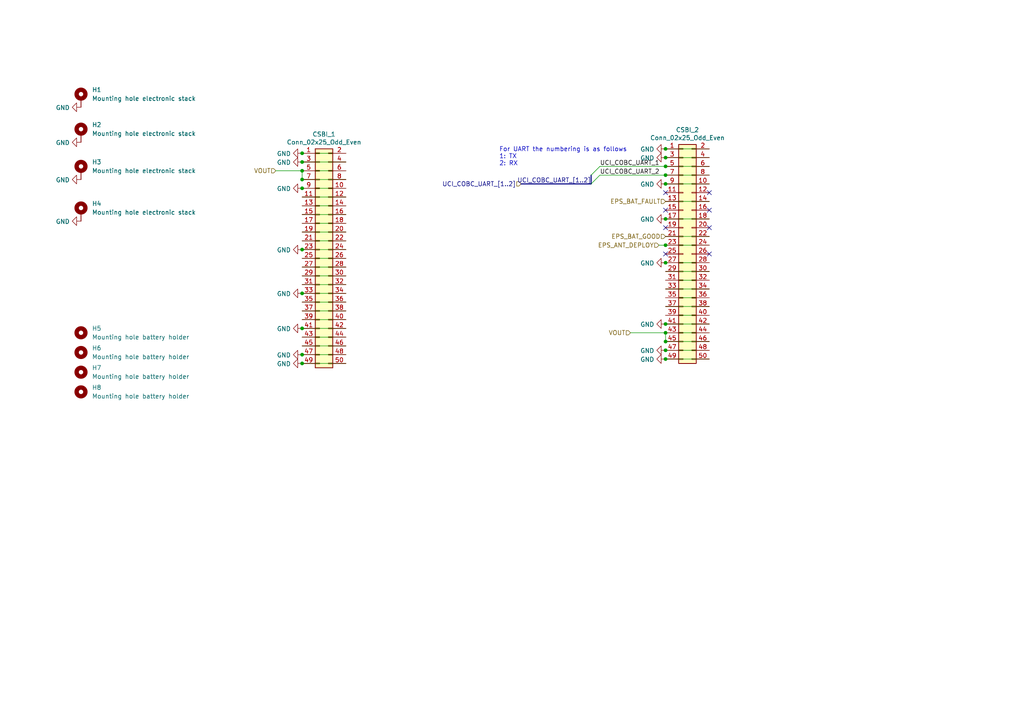
<source format=kicad_sch>
(kicad_sch (version 20211123) (generator eeschema)
  (paper "A4")
  (title_block (title "STS1_connectors") (date "21.02.2021") (rev "1.0") (company "TU Wien Space Team"))
  (lib_symbols
    (symbol "Connector_Generic:Conn_02x25_Odd_Even" (pin_names (offset 1.016) hide)
      (property "Reference" "J" (at 1.27 33.02 0))
      (property "Value" "Conn_02x25_Odd_Even" (at 1.27 -33.02 0))
      (symbol "Conn_02x25_Odd_Even_1_1"
        (rectangle (start -1.27 -30.353) (end 0 -30.607) (stroke (width 0.1524)))
        (rectangle (start -1.27 -27.813) (end 0 -28.067) (stroke (width 0.1524)))
        (rectangle (start -1.27 -25.273) (end 0 -25.527) (stroke (width 0.1524)))
        (rectangle (start -1.27 -22.733) (end 0 -22.987) (stroke (width 0.1524)))
        (rectangle (start -1.27 -20.193) (end 0 -20.447) (stroke (width 0.1524)))
        (rectangle (start -1.27 -17.653) (end 0 -17.907) (stroke (width 0.1524)))
        (rectangle (start -1.27 -15.113) (end 0 -15.367) (stroke (width 0.1524)))
        (rectangle (start -1.27 -12.573) (end 0 -12.827) (stroke (width 0.1524)))
        (rectangle (start -1.27 -10.033) (end 0 -10.287) (stroke (width 0.1524)))
        (rectangle (start -1.27 -7.493) (end 0 -7.747) (stroke (width 0.1524)))
        (rectangle (start -1.27 -4.953) (end 0 -5.207) (stroke (width 0.1524)))
        (rectangle (start -1.27 -2.413) (end 0 -2.667) (stroke (width 0.1524)))
        (rectangle (start -1.27 0.127) (end 0 -0.127) (stroke (width 0.1524)))
        (rectangle (start -1.27 2.667) (end 0 2.413) (stroke (width 0.1524)))
        (rectangle (start -1.27 5.207) (end 0 4.953) (stroke (width 0.1524)))
        (rectangle (start -1.27 7.747) (end 0 7.493) (stroke (width 0.1524)))
        (rectangle (start -1.27 10.287) (end 0 10.033) (stroke (width 0.1524)))
        (rectangle (start -1.27 12.827) (end 0 12.573) (stroke (width 0.1524)))
        (rectangle (start -1.27 15.367) (end 0 15.113) (stroke (width 0.1524)))
        (rectangle (start -1.27 17.907) (end 0 17.653) (stroke (width 0.1524)))
        (rectangle (start -1.27 20.447) (end 0 20.193) (stroke (width 0.1524)))
        (rectangle (start -1.27 22.987) (end 0 22.733) (stroke (width 0.1524)))
        (rectangle (start -1.27 25.527) (end 0 25.273) (stroke (width 0.1524)))
        (rectangle (start -1.27 28.067) (end 0 27.813) (stroke (width 0.1524)))
        (rectangle (start -1.27 30.607) (end 0 30.353) (stroke (width 0.1524)))
        (rectangle (start -1.27 31.75) (end 3.81 -31.75) (stroke (width 0.254)) (fill (type background)))
        (rectangle (start 3.81 -30.353) (end 2.54 -30.607) (stroke (width 0.1524)))
        (rectangle (start 3.81 -27.813) (end 2.54 -28.067) (stroke (width 0.1524)))
        (rectangle (start 3.81 -25.273) (end 2.54 -25.527) (stroke (width 0.1524)))
        (rectangle (start 3.81 -22.733) (end 2.54 -22.987) (stroke (width 0.1524)))
        (rectangle (start 3.81 -20.193) (end 2.54 -20.447) (stroke (width 0.1524)))
        (rectangle (start 3.81 -17.653) (end 2.54 -17.907) (stroke (width 0.1524)))
        (rectangle (start 3.81 -15.113) (end 2.54 -15.367) (stroke (width 0.1524)))
        (rectangle (start 3.81 -12.573) (end 2.54 -12.827) (stroke (width 0.1524)))
        (rectangle (start 3.81 -10.033) (end 2.54 -10.287) (stroke (width 0.1524)))
        (rectangle (start 3.81 -7.493) (end 2.54 -7.747) (stroke (width 0.1524)))
        (rectangle (start 3.81 -4.953) (end 2.54 -5.207) (stroke (width 0.1524)))
        (rectangle (start 3.81 -2.413) (end 2.54 -2.667) (stroke (width 0.1524)))
        (rectangle (start 3.81 0.127) (end 2.54 -0.127) (stroke (width 0.1524)))
        (rectangle (start 3.81 2.667) (end 2.54 2.413) (stroke (width 0.1524)))
        (rectangle (start 3.81 5.207) (end 2.54 4.953) (stroke (width 0.1524)))
        (rectangle (start 3.81 7.747) (end 2.54 7.493) (stroke (width 0.1524)))
        (rectangle (start 3.81 10.287) (end 2.54 10.033) (stroke (width 0.1524)))
        (rectangle (start 3.81 12.827) (end 2.54 12.573) (stroke (width 0.1524)))
        (rectangle (start 3.81 15.367) (end 2.54 15.113) (stroke (width 0.1524)))
        (rectangle (start 3.81 17.907) (end 2.54 17.653) (stroke (width 0.1524)))
        (rectangle (start 3.81 20.447) (end 2.54 20.193) (stroke (width 0.1524)))
        (rectangle (start 3.81 22.987) (end 2.54 22.733) (stroke (width 0.1524)))
        (rectangle (start 3.81 25.527) (end 2.54 25.273) (stroke (width 0.1524)))
        (rectangle (start 3.81 28.067) (end 2.54 27.813) (stroke (width 0.1524)))
        (rectangle (start 3.81 30.607) (end 2.54 30.353) (stroke (width 0.1524)))
        (pin passive line (at -5.08 30.48 0) (length 3.81) (name "Pin_1") (number "1"))
        (pin passive line (at 7.62 20.32 180) (length 3.81) (name "Pin_10") (number "10"))
        (pin passive line (at -5.08 17.78 0) (length 3.81) (name "Pin_11") (number "11"))
        (pin passive line (at 7.62 17.78 180) (length 3.81) (name "Pin_12") (number "12"))
        (pin passive line (at -5.08 15.24 0) (length 3.81) (name "Pin_13") (number "13"))
        (pin passive line (at 7.62 15.24 180) (length 3.81) (name "Pin_14") (number "14"))
        (pin passive line (at -5.08 12.7 0) (length 3.81) (name "Pin_15") (number "15"))
        (pin passive line (at 7.62 12.7 180) (length 3.81) (name "Pin_16") (number "16"))
        (pin passive line (at -5.08 10.16 0) (length 3.81) (name "Pin_17") (number "17"))
        (pin passive line (at 7.62 10.16 180) (length 3.81) (name "Pin_18") (number "18"))
        (pin passive line (at -5.08 7.62 0) (length 3.81) (name "Pin_19") (number "19"))
        (pin passive line (at 7.62 30.48 180) (length 3.81) (name "Pin_2") (number "2"))
        (pin passive line (at 7.62 7.62 180) (length 3.81) (name "Pin_20") (number "20"))
        (pin passive line (at -5.08 5.08 0) (length 3.81) (name "Pin_21") (number "21"))
        (pin passive line (at 7.62 5.08 180) (length 3.81) (name "Pin_22") (number "22"))
        (pin passive line (at -5.08 2.54 0) (length 3.81) (name "Pin_23") (number "23"))
        (pin passive line (at 7.62 2.54 180) (length 3.81) (name "Pin_24") (number "24"))
        (pin passive line (at -5.08 0 0) (length 3.81) (name "Pin_25") (number "25"))
        (pin passive line (at 7.62 0 180) (length 3.81) (name "Pin_26") (number "26"))
        (pin passive line (at -5.08 -2.54 0) (length 3.81) (name "Pin_27") (number "27"))
        (pin passive line (at 7.62 -2.54 180) (length 3.81) (name "Pin_28") (number "28"))
        (pin passive line (at -5.08 -5.08 0) (length 3.81) (name "Pin_29") (number "29"))
        (pin passive line (at -5.08 27.94 0) (length 3.81) (name "Pin_3") (number "3"))
        (pin passive line (at 7.62 -5.08 180) (length 3.81) (name "Pin_30") (number "30"))
        (pin passive line (at -5.08 -7.62 0) (length 3.81) (name "Pin_31") (number "31"))
        (pin passive line (at 7.62 -7.62 180) (length 3.81) (name "Pin_32") (number "32"))
        (pin passive line (at -5.08 -10.16 0) (length 3.81) (name "Pin_33") (number "33"))
        (pin passive line (at 7.62 -10.16 180) (length 3.81) (name "Pin_34") (number "34"))
        (pin passive line (at -5.08 -12.7 0) (length 3.81) (name "Pin_35") (number "35"))
        (pin passive line (at 7.62 -12.7 180) (length 3.81) (name "Pin_36") (number "36"))
        (pin passive line (at -5.08 -15.24 0) (length 3.81) (name "Pin_37") (number "37"))
        (pin passive line (at 7.62 -15.24 180) (length 3.81) (name "Pin_38") (number "38"))
        (pin passive line (at -5.08 -17.78 0) (length 3.81) (name "Pin_39") (number "39"))
        (pin passive line (at 7.62 27.94 180) (length 3.81) (name "Pin_4") (number "4"))
        (pin passive line (at 7.62 -17.78 180) (length 3.81) (name "Pin_40") (number "40"))
        (pin passive line (at -5.08 -20.32 0) (length 3.81) (name "Pin_41") (number "41"))
        (pin passive line (at 7.62 -20.32 180) (length 3.81) (name "Pin_42") (number "42"))
        (pin passive line (at -5.08 -22.86 0) (length 3.81) (name "Pin_43") (number "43"))
        (pin passive line (at 7.62 -22.86 180) (length 3.81) (name "Pin_44") (number "44"))
        (pin passive line (at -5.08 -25.4 0) (length 3.81) (name "Pin_45") (number "45"))
        (pin passive line (at 7.62 -25.4 180) (length 3.81) (name "Pin_46") (number "46"))
        (pin passive line (at -5.08 -27.94 0) (length 3.81) (name "Pin_47") (number "47"))
        (pin passive line (at 7.62 -27.94 180) (length 3.81) (name "Pin_48") (number "48"))
        (pin passive line (at -5.08 -30.48 0) (length 3.81) (name "Pin_49") (number "49"))
        (pin passive line (at -5.08 25.4 0) (length 3.81) (name "Pin_5") (number "5"))
        (pin passive line (at 7.62 -30.48 180) (length 3.81) (name "Pin_50") (number "50"))
        (pin passive line (at 7.62 25.4 180) (length 3.81) (name "Pin_6") (number "6"))
        (pin passive line (at -5.08 22.86 0) (length 3.81) (name "Pin_7") (number "7"))
        (pin passive line (at 7.62 22.86 180) (length 3.81) (name "Pin_8") (number "8"))
        (pin passive line (at -5.08 20.32 0) (length 3.81) (name "Pin_9") (number "9"))
      )
    )
    (symbol "Mechanical:MountingHole" (pin_names (offset 1.016))
      (property "Reference" "H" (at 0 5.08 0))
      (property "Value" "MountingHole" (at 0 3.175 0))
      (symbol "MountingHole_0_1"
        (circle (center 0 0) (radius 1.27) (stroke (width 1.27)))
      )
    )
    (symbol "Mechanical:MountingHole_Pad" (pin_numbers hide) (pin_names (offset 1.016) hide)
      (property "Reference" "H" (at 0 6.35 0))
      (property "Value" "MountingHole_Pad" (at 0 4.445 0))
      (symbol "MountingHole_Pad_0_1"
        (circle (center 0 1.27) (radius 1.27) (stroke (width 1.27)))
      )
      (symbol "MountingHole_Pad_1_1"
        (pin input line (at 0 -2.54 90) (length 2.54) (name "1") (number "1"))
      )
    )
    (symbol "power:GND" (power) (pin_names (offset 0))
      (property "Value" "GND" (at 0 -3.81 0))
      (symbol "GND_0_1"
        (polyline (pts (xy 0 0) (xy 0 -1.27) (xy 1.27 -1.27) (xy 0 -2.54) (xy -1.27 -1.27) (xy 0 -1.27)))
      )
      (symbol "GND_1_1"
        (pin power_in line (at 0 0 270) (length 0) hide (name "GND") (number "1"))
      )
    )
  )
  (junction (at 193.04 45.72))
  (junction (at 193.04 93.98))
  (junction (at 87.63 49.53))
  (junction (at 193.04 63.5))
  (junction (at 193.04 101.6))
  (junction (at 193.04 48.26))
  (junction (at 193.04 71.12))
  (junction (at 87.63 102.87))
  (junction (at 87.63 72.39))
  (junction (at 193.04 53.34))
  (junction (at 87.63 44.45))
  (junction (at 87.63 95.25))
  (junction (at 193.04 50.8))
  (junction (at 193.04 76.2))
  (junction (at 87.63 52.07))
  (junction (at 87.63 105.41))
  (junction (at 87.63 85.09))
  (junction (at 87.63 46.99))
  (junction (at 87.63 54.61))
  (junction (at 193.04 99.06))
  (junction (at 193.04 96.52))
  (junction (at 193.04 43.18))
  (junction (at 193.04 104.14))
  (no_connect (at 193.04 73.66))
  (no_connect (at 205.74 55.88))
  (no_connect (at 193.04 55.88))
  (no_connect (at 205.74 66.04))
  (no_connect (at 193.04 60.96))
  (no_connect (at 193.04 66.04))
  (no_connect (at 205.74 60.96))
  (no_connect (at 205.74 73.66))
  (bus_entry (at 171.45 50.8) (size 2.54 -2.54))
  (bus_entry (at 171.45 53.34) (size 2.54 -2.54))
  (wire (pts (xy 87.63 80.01) (xy 100.33 80.01)))
  (wire (pts (xy 193.04 86.36) (xy 205.74 86.36)))
  (wire (pts (xy 87.63 69.85) (xy 100.33 69.85)))
  (wire (pts (xy 87.63 64.77) (xy 100.33 64.77)))
  (wire (pts (xy 193.04 96.52) (xy 193.04 99.06)))
  (wire (pts (xy 87.63 97.79) (xy 100.33 97.79)))
  (wire (pts (xy 182.88 96.52) (xy 193.04 96.52)))
  (wire (pts (xy 87.63 59.69) (xy 100.33 59.69)))
  (bus (pts (xy 171.45 53.34) (xy 151.13 53.34)))
  (wire (pts (xy 193.04 101.6) (xy 205.74 101.6)))
  (wire (pts (xy 191.135 71.12) (xy 193.04 71.12)))
  (wire (pts (xy 193.04 104.14) (xy 205.74 104.14)))
  (wire (pts (xy 193.04 43.18) (xy 205.74 43.18)))
  (wire (pts (xy 87.63 72.39) (xy 100.33 72.39)))
  (wire (pts (xy 87.63 100.33) (xy 100.33 100.33)))
  (wire (pts (xy 87.63 95.25) (xy 100.33 95.25)))
  (wire (pts (xy 87.63 105.41) (xy 100.33 105.41)))
  (wire (pts (xy 193.04 58.42) (xy 205.74 58.42)))
  (wire (pts (xy 193.04 91.44) (xy 205.74 91.44)))
  (wire (pts (xy 87.63 49.53) (xy 100.33 49.53)))
  (wire (pts (xy 193.04 99.06) (xy 205.74 99.06)))
  (wire (pts (xy 193.04 63.5) (xy 205.74 63.5)))
  (wire (pts (xy 87.63 90.17) (xy 100.33 90.17)))
  (wire (pts (xy 87.63 92.71) (xy 100.33 92.71)))
  (wire (pts (xy 87.63 77.47) (xy 100.33 77.47)))
  (bus (pts (xy 171.45 50.8) (xy 171.45 53.34)))
  (wire (pts (xy 193.04 76.2) (xy 205.74 76.2)))
  (wire (pts (xy 87.63 62.23) (xy 100.33 62.23)))
  (wire (pts (xy 87.63 87.63) (xy 100.33 87.63)))
  (wire (pts (xy 87.63 54.61) (xy 100.33 54.61)))
  (wire (pts (xy 87.63 102.87) (xy 100.33 102.87)))
  (wire (pts (xy 87.63 49.53) (xy 87.63 52.07)))
  (wire (pts (xy 193.04 96.52) (xy 205.74 96.52)))
  (wire (pts (xy 80.01 49.53) (xy 87.63 49.53)))
  (wire (pts (xy 193.04 68.58) (xy 205.74 68.58)))
  (wire (pts (xy 87.63 44.45) (xy 100.33 44.45)))
  (wire (pts (xy 193.04 88.9) (xy 205.74 88.9)))
  (wire (pts (xy 87.63 74.93) (xy 100.33 74.93)))
  (wire (pts (xy 87.63 52.07) (xy 100.33 52.07)))
  (wire (pts (xy 193.04 45.72) (xy 205.74 45.72)))
  (wire (pts (xy 87.63 46.99) (xy 100.33 46.99)))
  (wire (pts (xy 87.63 57.15) (xy 100.33 57.15)))
  (wire (pts (xy 193.04 81.28) (xy 205.74 81.28)))
  (wire (pts (xy 193.04 83.82) (xy 205.74 83.82)))
  (wire (pts (xy 193.04 53.34) (xy 205.74 53.34)))
  (wire (pts (xy 173.99 50.8) (xy 193.04 50.8)))
  (wire (pts (xy 87.63 82.55) (xy 100.33 82.55)))
  (wire (pts (xy 193.04 93.98) (xy 205.74 93.98)))
  (wire (pts (xy 193.04 50.8) (xy 205.74 50.8)))
  (wire (pts (xy 193.04 71.12) (xy 205.74 71.12)))
  (wire (pts (xy 87.63 67.31) (xy 100.33 67.31)))
  (wire (pts (xy 87.63 85.09) (xy 100.33 85.09)))
  (wire (pts (xy 193.04 48.26) (xy 205.74 48.26)))
  (wire (pts (xy 173.99 48.26) (xy 193.04 48.26)))
  (wire (pts (xy 193.04 78.74) (xy 205.74 78.74)))
  (text "For UART the numbering is as follows\n1: TX\n2: RX\n" (at 144.78 48.26 0) (effects (font (size 1.27 1.27)) (justify left bottom)))
  (label "UCI_COBC_UART_2" (at 173.99 50.8 0))
  (label "UCI_COBC_UART_1" (at 173.99 48.26 0))
  (label "UCI_COBC_UART_[1..2]" (at 171.45 53.34 180))
  (hierarchical_label "EPS_ANT_DEPLOY" (shape input) (at 191.135 71.12 180))
  (hierarchical_label "VOUT" (shape input) (at 182.88 96.52 180))
  (hierarchical_label "VOUT" (shape input) (at 80.01 49.53 180))
  (hierarchical_label "UCI_COBC_UART_[1..2]" (shape input) (at 151.13 53.34 180))
  (hierarchical_label "EPS_BAT_GOOD" (shape input) (at 193.04 68.58 180))
  (hierarchical_label "EPS_BAT_FAULT" (shape input) (at 193.04 58.42 180))
  (symbol (lib_id "Connector_Generic:Conn_02x25_Odd_Even") (at 92.71 74.93 0) (unit 1)
    (property "Reference" "CSBI_1" (at 93.98 38.9382 0))
    (property "Value" "Conn_02x25_Odd_Even" (at 93.98 41.2496 0))
    (property "Footprint" "Connector_PinHeader_2.00mm:PinHeader_2x25_P2.00mm_Vertical" (effects hide))
  )
  (symbol (lib_id "Connector_Generic:Conn_02x25_Odd_Even") (at 198.12 73.66 0) (unit 1)
    (property "Reference" "CSBI_2" (at 199.39 37.6682 0))
    (property "Value" "Conn_02x25_Odd_Even" (at 199.39 39.9796 0))
    (property "Footprint" "Connector_PinHeader_2.00mm:PinHeader_2x25_P2.00mm_Vertical" (effects hide))
  )
  (symbol (lib_id "power:GND") (at 87.63 44.45 270) (unit 1)
    (property "Reference" "#PWR0105" (effects hide))
    (property "Value" "GND" (at 84.3788 44.577 90) (effects (justify right)))
  )
  (symbol (lib_id "power:GND") (at 87.63 46.99 270) (unit 1)
    (property "Reference" "#PWR0106" (effects hide))
    (property "Value" "GND" (at 84.3788 47.117 90) (effects (justify right)))
  )
  (symbol (lib_id "power:GND") (at 87.63 54.61 270) (unit 1)
    (property "Reference" "#PWR0109" (effects hide))
    (property "Value" "GND" (at 84.3788 54.737 90) (effects (justify right)))
  )
  (symbol (lib_id "power:GND") (at 87.63 85.09 270) (unit 1)
    (property "Reference" "#PWR0111" (effects hide))
    (property "Value" "GND" (at 84.3788 85.217 90) (effects (justify right)))
  )
  (symbol (lib_id "power:GND") (at 87.63 102.87 270) (unit 1)
    (property "Reference" "#PWR0113" (effects hide))
    (property "Value" "GND" (at 84.3788 102.997 90) (effects (justify right)))
  )
  (symbol (lib_id "power:GND") (at 87.63 105.41 270) (unit 1)
    (property "Reference" "#PWR0114" (effects hide))
    (property "Value" "GND" (at 84.3788 105.537 90) (effects (justify right)))
  )
  (symbol (lib_id "power:GND") (at 193.04 43.18 270) (unit 1)
    (property "Reference" "#PWR0115" (effects hide))
    (property "Value" "GND" (at 189.7888 43.307 90) (effects (justify right)))
  )
  (symbol (lib_id "power:GND") (at 193.04 45.72 270) (unit 1)
    (property "Reference" "#PWR0116" (effects hide))
    (property "Value" "GND" (at 189.7888 45.847 90) (effects (justify right)))
  )
  (symbol (lib_id "power:GND") (at 193.04 104.14 270) (unit 1)
    (property "Reference" "#PWR0117" (effects hide))
    (property "Value" "GND" (at 189.7888 104.267 90) (effects (justify right)))
  )
  (symbol (lib_id "power:GND") (at 193.04 101.6 270) (unit 1)
    (property "Reference" "#PWR0118" (effects hide))
    (property "Value" "GND" (at 189.7888 101.727 90) (effects (justify right)))
  )
  (symbol (lib_id "power:GND") (at 193.04 76.2 270) (unit 1)
    (property "Reference" "#PWR0119" (effects hide))
    (property "Value" "GND" (at 189.7888 76.327 90) (effects (justify right)))
  )
  (symbol (lib_id "power:GND") (at 193.04 63.5 270) (unit 1)
    (property "Reference" "#PWR0120" (effects hide))
    (property "Value" "GND" (at 189.7888 63.627 90) (effects (justify right)))
  )
  (symbol (lib_id "power:GND") (at 193.04 93.98 270) (unit 1)
    (property "Reference" "#PWR0121" (effects hide))
    (property "Value" "GND" (at 189.7888 94.107 90) (effects (justify right)))
  )
  (symbol (lib_id "power:GND") (at 87.63 72.39 270) (unit 1)
    (property "Reference" "#PWR0110" (effects hide))
    (property "Value" "GND" (at 84.3788 72.517 90) (effects (justify right)))
  )
  (symbol (lib_id "power:GND") (at 87.63 95.25 270) (unit 1)
    (property "Reference" "#PWR0112" (effects hide))
    (property "Value" "GND" (at 84.3788 95.377 90) (effects (justify right)))
  )
  (symbol (lib_id "power:GND") (at 193.04 53.34 270) (unit 1)
    (property "Reference" "#PWR0124" (effects hide))
    (property "Value" "GND" (at 189.7888 53.467 90) (effects (justify right)))
  )
  (symbol (lib_id "Mechanical:MountingHole") (at 23.495 107.95 0) (unit 1)
    (property "Reference" "H7" (at 26.67 106.6799 0) (effects (justify left)))
    (property "Value" "Mounting hole battery holder" (at 26.67 109.2199 0) (effects (justify left)))
    (property "Footprint" "MountingHole:MountingHole_2.2mm_M2" (effects hide))
  )
  (symbol (lib_id "Mechanical:MountingHole") (at 23.495 113.665 0) (unit 1)
    (property "Reference" "H8" (at 26.67 112.3949 0) (effects (justify left)))
    (property "Value" "Mounting hole battery holder" (at 26.67 114.9349 0) (effects (justify left)))
    (property "Footprint" "MountingHole:MountingHole_2.2mm_M2" (effects hide))
  )
  (symbol (lib_id "power:GND") (at 23.495 31.115 270) (unit 1)
    (property "Reference" "#PWR0120" (effects hide))
    (property "Value" "~" (at 20.2438 31.242 90) (effects (justify right)))
  )
  (symbol (lib_id "Mechanical:MountingHole_Pad") (at 23.495 28.575 0) (unit 1)
    (property "Reference" "H1" (at 26.67 26.0349 0) (effects (justify left)))
    (property "Value" "Mounting hole electronic stack" (at 26.67 28.5749 0) (effects (justify left)))
    (property "Footprint" "MountingHole:MountingHole_4.3mm_M4_Pad_Via" (effects hide))
  )
  (symbol (lib_id "power:GND") (at 23.495 64.135 270) (unit 1)
    (property "Reference" "#PWR0123" (effects hide))
    (property "Value" "~" (at 20.2438 64.262 90) (effects (justify right)))
  )
  (symbol (lib_id "Mechanical:MountingHole") (at 23.495 102.235 0) (unit 1)
    (property "Reference" "H6" (at 26.67 100.9649 0) (effects (justify left)))
    (property "Value" "Mounting hole battery holder" (at 26.67 103.5049 0) (effects (justify left)))
    (property "Footprint" "MountingHole:MountingHole_2.2mm_M2" (effects hide))
  )
  (symbol (lib_id "power:GND") (at 23.495 41.275 270) (unit 1)
    (property "Reference" "#PWR0121" (effects hide))
    (property "Value" "~" (at 20.2438 41.402 90) (effects (justify right)))
  )
  (symbol (lib_id "power:GND") (at 23.495 52.07 270) (unit 1)
    (property "Reference" "#PWR0122" (effects hide))
    (property "Value" "~" (at 20.2438 52.197 90) (effects (justify right)))
  )
  (symbol (lib_id "Mechanical:MountingHole_Pad") (at 23.495 49.53 0) (unit 1)
    (property "Reference" "H3" (at 26.67 46.9899 0) (effects (justify left)))
    (property "Value" "Mounting hole electronic stack" (at 26.67 49.5299 0) (effects (justify left)))
    (property "Footprint" "MountingHole:MountingHole_4.3mm_M4_Pad_Via" (effects hide))
  )
  (symbol (lib_id "Mechanical:MountingHole") (at 23.495 96.52 0) (unit 1)
    (property "Reference" "H5" (at 26.67 95.2499 0) (effects (justify left)))
    (property "Value" "Mounting hole battery holder" (at 26.67 97.7899 0) (effects (justify left)))
    (property "Footprint" "MountingHole:MountingHole_2.2mm_M2" (effects hide))
  )
  (symbol (lib_id "Mechanical:MountingHole_Pad") (at 23.495 38.735 0) (unit 1)
    (property "Reference" "H2" (at 26.67 36.1949 0) (effects (justify left)))
    (property "Value" "Mounting hole electronic stack" (at 26.67 38.7349 0) (effects (justify left)))
    (property "Footprint" "MountingHole:MountingHole_4.3mm_M4_Pad_Via" (effects hide))
  )
  (symbol (lib_id "Mechanical:MountingHole_Pad") (at 23.495 61.595 0) (unit 1)
    (property "Reference" "H4" (at 26.67 59.0549 0) (effects (justify left)))
    (property "Value" "Mounting hole electronic stack" (at 26.67 61.5949 0) (effects (justify left)))
    (property "Footprint" "MountingHole:MountingHole_4.3mm_M4_Pad_Via" (effects hide))
  )
)
</source>
